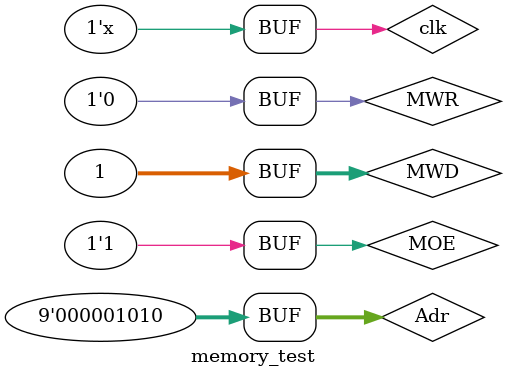
<source format=v>
`timescale 1ns / 1ps

module memory_test();

    reg clk;
    reg [8:0]   Adr; //Adress
    reg [31:0]  MWD; //Data
    reg MWR;          //Memory Write
    reg MOE;          //Memory Output Enable
    wire [31:0]   MRD;//Memory Read Data
    
    Common_Memory test(.clk(clk), .Adr(Adr), .MWD(MWD), .MWR(MWR), .MOE(MOE), .MRD(MRD));
    
    always #25 clk = ~clk;
    
    initial
    begin
        clk <=0;
        #(25);
        
        Adr <= 9'd10;
        MWD <= 32'b1;
        MWR <=1;
        MOE <=0;
        
        #(25);
        
        Adr <= 9'b0;
        MWR <=1;
        MOE <=0;
        MWD <= 32'b1;
        
        #(25);
        Adr <= 9'd10;
        MWR <=0;
        MOE <=1'b1;
        
    end

endmodule

</source>
